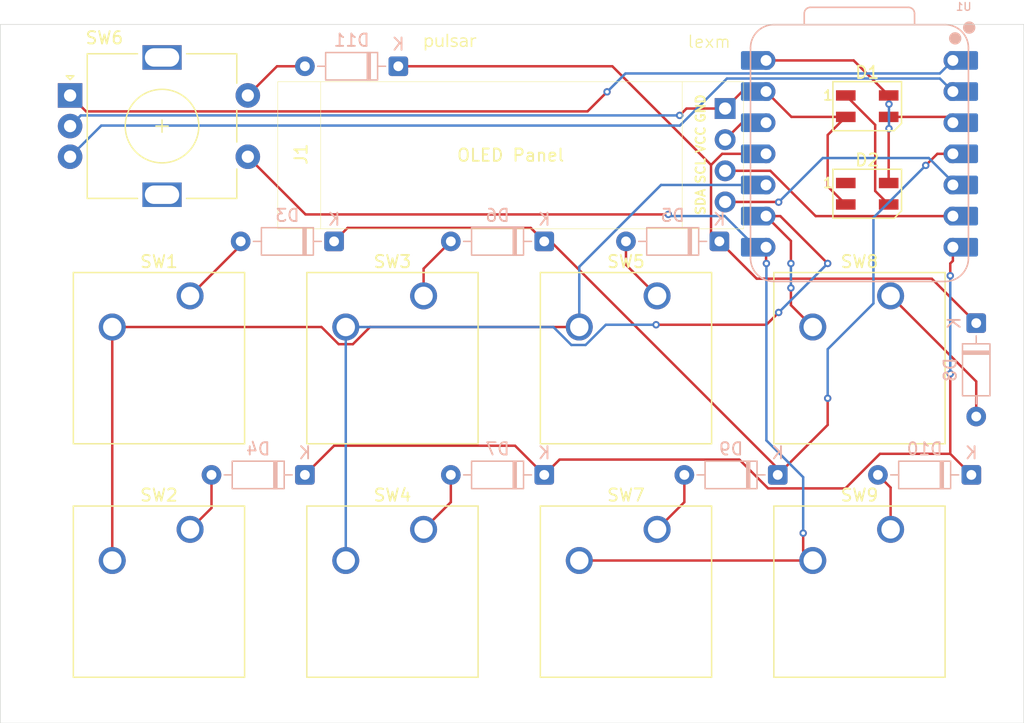
<source format=kicad_pcb>
(kicad_pcb (version 20241229) (generator "pcbnew") (generator_version "9.0")
  (layers (0 "F.Cu" signal) (2 "B.Cu" signal) (13 "F.Paste" user) (15 "B.Paste" user) (5 "F.SilkS" user "F.Silkscreen") (7 "B.SilkS" user "B.Silkscreen") (1 "F.Mask" user) (3 "B.Mask" user) (25 "Edge.Cuts" user))
  (net 0 "")
  (net 1 "GND")
  (net 2 "Net-(D1-DIN)")
  (net 3 "Net-(D1-DOUT)")
  (net 4 "+5V")
  (net 5 "Net-(D3-A)")
  (net 6 "R1")
  (net 7 "Net-(D4-A)")
  (net 8 "R2")
  (net 9 "R3")
  (net 10 "Net-(D5-A)")
  (net 11 "Net-(D6-A)")
  (net 12 "Net-(D7-A)")
  (net 13 "Net-(D8-A)")
  (net 14 "Net-(D9-A)")
  (net 15 "Net-(D10-A)")
  (net 17 "ROT_B")
  (net 18 "+3V3")
  (net 19 "Net-(J1-Pin_3)")
  (net 20 "Net-(J1-Pin_4)")
  (net 21 "C1")
  (net 22 "C2")
  (net 23 "C3")
  (net 24 "Net-(U1-GPIO27{slash}ADC1{slash}A1)")
  (net 25 "Net-(U1-GPIO26{slash}ADC0{slash}A0)")
  (footprint "Button_Switch_Keyboard:SW_Cherry_MX_1.00u_PCB" (layer "F.Cu") (at 123.98375 99.695)
    (property "Reference" "SW2" (at -2.54 -2.794 0) (layer "F.SilkS"))
    (property "Value" "SW_Push")
    (fp_line (start -9.525 -1.905) (end 4.445 -1.905) (stroke (width 0.12)) (layer "F.SilkS"))
    (fp_line (start -9.525 12.065) (end -9.525 -1.905) (stroke (width 0.12)) (layer "F.SilkS"))
    (fp_line (start 4.445 -1.905) (end 4.445 12.065) (stroke (width 0.12)) (layer "F.SilkS"))
    (fp_line (start 4.445 12.065) (end -9.525 12.065) (stroke (width 0.12)) (layer "F.SilkS"))
    (pad "" np_thru_hole circle (at -7.62 5.08) (size 1.7 1.7) (drill 1.7) (layers "*.Cu" "*.Mask"))
    (pad "" np_thru_hole circle (at -2.54 5.08) (size 4 4) (drill 4) (layers "*.Cu" "*.Mask"))
    (pad "" np_thru_hole circle (at 2.54 5.08) (size 1.7 1.7) (drill 1.7) (layers "*.Cu" "*.Mask"))
    (pad "1" thru_hole circle (at 0 0) (size 2.2 2.2) (drill 1.5) (layers "*.Cu" "*.Mask") (net 7 "Net-(D4-A)"))
    (pad "2" thru_hole circle (at -6.35 2.54) (size 2.2 2.2) (drill 1.5) (layers "*.Cu" "*.Mask") (net 21 "C1"))
  )
  (footprint "Button_Switch_Keyboard:SW_Cherry_MX_1.00u_PCB" (layer "F.Cu") (at 181.13375 99.695)
    (property "Reference" "SW9" (at -2.54 -2.794 0) (layer "F.SilkS"))
    (property "Value" "SW_Push")
    (fp_line (start -9.525 -1.905) (end 4.445 -1.905) (stroke (width 0.12)) (layer "F.SilkS"))
    (fp_line (start -9.525 12.065) (end -9.525 -1.905) (stroke (width 0.12)) (layer "F.SilkS"))
    (fp_line (start 4.445 -1.905) (end 4.445 12.065) (stroke (width 0.12)) (layer "F.SilkS"))
    (fp_line (start 4.445 12.065) (end -9.525 12.065) (stroke (width 0.12)) (layer "F.SilkS"))
    (pad "" np_thru_hole circle (at -7.62 5.08) (size 1.7 1.7) (drill 1.7) (layers "*.Cu" "*.Mask"))
    (pad "" np_thru_hole circle (at -2.54 5.08) (size 4 4) (drill 4) (layers "*.Cu" "*.Mask"))
    (pad "" np_thru_hole circle (at 2.54 5.08) (size 1.7 1.7) (drill 1.7) (layers "*.Cu" "*.Mask"))
    (pad "1" thru_hole circle (at 0 0) (size 2.2 2.2) (drill 1.5) (layers "*.Cu" "*.Mask") (net 15 "Net-(D10-A)"))
    (pad "2" thru_hole circle (at -6.35 2.54) (size 2.2 2.2) (drill 1.5) (layers "*.Cu" "*.Mask") (net 23 "C3"))
  )
  (footprint "Rotary_Encoder:RotaryEncoder_Alps_EC11E-Switch_Vertical_H20mm" (layer "F.Cu") (at 114.19375 64.29375)
    (property "Reference" "SW6" (at 2.8 -4.7 0) (layer "F.SilkS"))
    (property "Value" "RotaryEncoder_Switch")
    (fp_line (start -0.3 -1.6) (end 0.3 -1.6) (stroke (width 0.12)) (layer "F.SilkS"))
    (fp_line (start 0 -1.3) (end -0.3 -1.6) (stroke (width 0.12)) (layer "F.SilkS"))
    (fp_line (start 0.3 -1.6) (end 0 -1.3) (stroke (width 0.12)) (layer "F.SilkS"))
    (fp_line (start 1.4 -3.4) (end 1.4 8.4) (stroke (width 0.12)) (layer "F.SilkS"))
    (fp_line (start 5.5 -3.4) (end 1.4 -3.4) (stroke (width 0.12)) (layer "F.SilkS"))
    (fp_line (start 5.5 8.4) (end 1.4 8.4) (stroke (width 0.12)) (layer "F.SilkS"))
    (fp_line (start 7 2.5) (end 8 2.5) (stroke (width 0.12)) (layer "F.SilkS"))
    (fp_line (start 7.5 2) (end 7.5 3) (stroke (width 0.12)) (layer "F.SilkS"))
    (fp_line (start 9.5 -3.4) (end 13.6 -3.4) (stroke (width 0.12)) (layer "F.SilkS"))
    (fp_line (start 13.6 -3.4) (end 13.6 -1) (stroke (width 0.12)) (layer "F.SilkS"))
    (fp_line (start 13.6 1.2) (end 13.6 3.8) (stroke (width 0.12)) (layer "F.SilkS"))
    (fp_line (start 13.6 6) (end 13.6 8.4) (stroke (width 0.12)) (layer "F.SilkS"))
    (fp_line (start 13.6 8.4) (end 9.5 8.4) (stroke (width 0.12)) (layer "F.SilkS"))
    (fp_circle (center 7.5 2.5) (end 10.5 2.5) (stroke (width 0.12)) (fill no) (layer "F.SilkS"))
    (pad "A" thru_hole rect (at 0 0) (size 2 2) (drill 1) (layers "*.Cu" "*.Mask") (net 25 "Net-(U1-GPIO26{slash}ADC0{slash}A0)"))
    (pad "B" thru_hole circle (at 0 5) (size 2 2) (drill 1) (layers "*.Cu" "*.Mask") (net 24 "Net-(U1-GPIO27{slash}ADC1{slash}A1)"))
    (pad "C" thru_hole circle (at 0 2.5) (size 2 2) (drill 1) (layers "*.Cu" "*.Mask") (net 1 "GND"))
    (pad "MP" thru_hole rect (at 7.5 -3.1) (size 3.2 2) (drill oval 2.8 1.5) (layers "*.Cu" "*.Mask"))
    (pad "MP" thru_hole rect (at 7.5 8.1) (size 3.2 2) (drill oval 2.8 1.5) (layers "*.Cu" "*.Mask"))
    (pad "S1" thru_hole circle (at 14.5 5) (size 2 2) (drill 1) (layers "*.Cu" "*.Mask") (net 23 "C3"))
    (pad "S2" thru_hole circle (at 14.5 0) (size 2 2) (drill 1) (layers "*.Cu" "*.Mask") (net 17 "ROT_B"))
  )
  (footprint "Button_Switch_Keyboard:SW_Cherry_MX_1.00u_PCB" (layer "F.Cu") (at 143.03375 99.695)
    (property "Reference" "SW4" (at -2.54 -2.794 0) (layer "F.SilkS"))
    (property "Value" "SW_Push")
    (fp_line (start -9.525 -1.905) (end 4.445 -1.905) (stroke (width 0.12)) (layer "F.SilkS"))
    (fp_line (start -9.525 12.065) (end -9.525 -1.905) (stroke (width 0.12)) (layer "F.SilkS"))
    (fp_line (start 4.445 -1.905) (end 4.445 12.065) (stroke (width 0.12)) (layer "F.SilkS"))
    (fp_line (start 4.445 12.065) (end -9.525 12.065) (stroke (width 0.12)) (layer "F.SilkS"))
    (pad "" np_thru_hole circle (at -7.62 5.08) (size 1.7 1.7) (drill 1.7) (layers "*.Cu" "*.Mask"))
    (pad "" np_thru_hole circle (at -2.54 5.08) (size 4 4) (drill 4) (layers "*.Cu" "*.Mask"))
    (pad "" np_thru_hole circle (at 2.54 5.08) (size 1.7 1.7) (drill 1.7) (layers "*.Cu" "*.Mask"))
    (pad "1" thru_hole circle (at 0 0) (size 2.2 2.2) (drill 1.5) (layers "*.Cu" "*.Mask") (net 12 "Net-(D7-A)"))
    (pad "2" thru_hole circle (at -6.35 2.54) (size 2.2 2.2) (drill 1.5) (layers "*.Cu" "*.Mask") (net 22 "C2"))
  )
  (footprint "hackpad:SSD1306-0.91-OLED-4pin-128x32" (layer "F.Cu") (at 131.13375 63.17125)
    (property "Reference" "J1" (at 1.9 5.91 90) (layer "F.SilkS"))
    (property "Value" "Conn_01x04_Pin")
    (fp_line (start 0 0) (end 0 12) (stroke (width 0.04)) (layer "F.SilkS"))
    (fp_line (start 0 12) (end 38 12) (stroke (width 0.04)) (layer "F.SilkS"))
    (fp_line (start 3.5 0) (end 3.5 12) (stroke (width 0.04)) (layer "F.SilkS"))
    (fp_line (start 33 0) (end 33 12) (stroke (width 0.04)) (layer "F.SilkS"))
    (fp_line (start 38 0) (end 0 0) (stroke (width 0.04)) (layer "F.SilkS"))
    (fp_line (start 38 12) (end 38 0) (stroke (width 0.04)) (layer "F.SilkS"))
    (fp_text user "GND" (at 34.5 2.19 270) (layer "F.SilkS") (effects (font (size 0.75 0.75))))
    (fp_text user "VCC" (at 34.5 4.73 270) (layer "F.SilkS") (effects (font (size 0.75 0.75))))
    (fp_text user "SCL" (at 34.5 7.27 270) (layer "F.SilkS") (effects (font (size 0.75 0.75))))
    (fp_text user "SDA" (at 34.5 9.81 270) (layer "F.SilkS") (effects (font (size 0.75 0.75))))
    (fp_text user "OLED Panel" (at 19 6 0) (layer "F.SilkS"))
    (pad "1" thru_hole rect (at 36.5 2.19) (size 1.7 1.7) (drill 1) (layers "*.Cu" "*.Mask") (net 1 "GND"))
    (pad "2" thru_hole oval (at 36.5 4.73) (size 1.7 1.7) (drill 1) (layers "*.Cu" "*.Mask") (net 18 "+3V3"))
    (pad "3" thru_hole oval (at 36.5 7.27) (size 1.7 1.7) (drill 1) (layers "*.Cu" "*.Mask") (net 19 "Net-(J1-Pin_3)"))
    (pad "4" thru_hole oval (at 36.5 9.81) (size 1.7 1.7) (drill 1) (layers "*.Cu" "*.Mask") (net 20 "Net-(J1-Pin_4)"))
  )
  (footprint "LED_SMD:LED_SK6812MINI_PLCC4_3.5x3.5mm_P1.75mm" (layer "F.Cu") (at 179.225 72.3125)
    (property "Reference" "D2" (at 0 -2.75 0) (layer "F.SilkS"))
    (property "Value" "SK6812MINI")
    (fp_line (start -2.8 -2) (end -2.8 2) (stroke (width 0.12)) (layer "F.SilkS"))
    (fp_line (start -2.8 -2) (end 2.8 -2) (stroke (width 0.12)) (layer "F.SilkS"))
    (fp_line (start -2.8 2) (end 2.2 2) (stroke (width 0.12)) (layer "F.SilkS"))
    (fp_line (start 2.8 1.4) (end 2.2 2) (stroke (width 0.12)) (layer "F.SilkS"))
    (fp_line (start 2.8 1.4) (end 2.8 -2) (stroke (width 0.12)) (layer "F.SilkS"))
    (fp_text user "1" (at -3.2 -0.875 0) (layer "F.SilkS") (effects (font (size 0.8 0.8))))
    (pad "1" smd rect (at -1.75 -0.875) (size 1.6 0.85) (layers "F.Cu" "F.Mask" "F.Paste"))
    (pad "2" smd rect (at -1.75 0.875) (size 1.6 0.85) (layers "F.Cu" "F.Mask" "F.Paste") (net 1 "GND"))
    (pad "3" smd rect (at 1.75 0.875) (size 1.6 0.85) (layers "F.Cu" "F.Mask" "F.Paste") (net 3 "Net-(D1-DOUT)"))
    (pad "4" smd rect (at 1.75 -0.875) (size 1.6 0.85) (layers "F.Cu" "F.Mask" "F.Paste") (net 4 "+5V"))
  )
  (footprint "LED_SMD:LED_SK6812MINI_PLCC4_3.5x3.5mm_P1.75mm" (layer "F.Cu") (at 179.225 65.16875)
    (property "Reference" "D1" (at 0 -2.75 0) (layer "F.SilkS"))
    (property "Value" "SK6812MINI")
    (fp_line (start -2.8 -2) (end -2.8 2) (stroke (width 0.12)) (layer "F.SilkS"))
    (fp_line (start -2.8 -2) (end 2.8 -2) (stroke (width 0.12)) (layer "F.SilkS"))
    (fp_line (start -2.8 2) (end 2.2 2) (stroke (width 0.12)) (layer "F.SilkS"))
    (fp_line (start 2.8 1.4) (end 2.2 2) (stroke (width 0.12)) (layer "F.SilkS"))
    (fp_line (start 2.8 1.4) (end 2.8 -2) (stroke (width 0.12)) (layer "F.SilkS"))
    (fp_text user "1" (at -3.2 -0.875 0) (layer "F.SilkS") (effects (font (size 0.8 0.8))))
    (pad "1" smd rect (at -1.75 -0.875) (size 1.6 0.85) (layers "F.Cu" "F.Mask" "F.Paste") (net 3 "Net-(D1-DOUT)"))
    (pad "2" smd rect (at -1.75 0.875) (size 1.6 0.85) (layers "F.Cu" "F.Mask" "F.Paste") (net 1 "GND"))
    (pad "3" smd rect (at 1.75 0.875) (size 1.6 0.85) (layers "F.Cu" "F.Mask" "F.Paste") (net 2 "Net-(D1-DIN)"))
    (pad "4" smd rect (at 1.75 -0.875) (size 1.6 0.85) (layers "F.Cu" "F.Mask" "F.Paste") (net 4 "+5V"))
  )
  (footprint "Button_Switch_Keyboard:SW_Cherry_MX_1.00u_PCB" (layer "F.Cu") (at 181.13375 80.645)
    (property "Reference" "SW8" (at -2.54 -2.794 0) (layer "F.SilkS"))
    (property "Value" "SW_Push")
    (fp_line (start -9.525 -1.905) (end 4.445 -1.905) (stroke (width 0.12)) (layer "F.SilkS"))
    (fp_line (start -9.525 12.065) (end -9.525 -1.905) (stroke (width 0.12)) (layer "F.SilkS"))
    (fp_line (start 4.445 -1.905) (end 4.445 12.065) (stroke (width 0.12)) (layer "F.SilkS"))
    (fp_line (start 4.445 12.065) (end -9.525 12.065) (stroke (width 0.12)) (layer "F.SilkS"))
    (pad "" np_thru_hole circle (at -7.62 5.08) (size 1.7 1.7) (drill 1.7) (layers "*.Cu" "*.Mask"))
    (pad "" np_thru_hole circle (at -2.54 5.08) (size 4 4) (drill 4) (layers "*.Cu" "*.Mask"))
    (pad "" np_thru_hole circle (at 2.54 5.08) (size 1.7 1.7) (drill 1.7) (layers "*.Cu" "*.Mask"))
    (pad "1" thru_hole circle (at 0 0) (size 2.2 2.2) (drill 1.5) (layers "*.Cu" "*.Mask") (net 13 "Net-(D8-A)"))
    (pad "2" thru_hole circle (at -6.35 2.54) (size 2.2 2.2) (drill 1.5) (layers "*.Cu" "*.Mask") (net 22 "C2"))
  )
  (footprint "Button_Switch_Keyboard:SW_Cherry_MX_1.00u_PCB" (layer "F.Cu") (at 123.98375 80.645)
    (property "Reference" "SW1" (at -2.54 -2.794 0) (layer "F.SilkS"))
    (property "Value" "SW_Push")
    (fp_line (start -9.525 -1.905) (end 4.445 -1.905) (stroke (width 0.12)) (layer "F.SilkS"))
    (fp_line (start -9.525 12.065) (end -9.525 -1.905) (stroke (width 0.12)) (layer "F.SilkS"))
    (fp_line (start 4.445 -1.905) (end 4.445 12.065) (stroke (width 0.12)) (layer "F.SilkS"))
    (fp_line (start 4.445 12.065) (end -9.525 12.065) (stroke (width 0.12)) (layer "F.SilkS"))
    (pad "" np_thru_hole circle (at -7.62 5.08) (size 1.7 1.7) (drill 1.7) (layers "*.Cu" "*.Mask"))
    (pad "" np_thru_hole circle (at -2.54 5.08) (size 4 4) (drill 4) (layers "*.Cu" "*.Mask"))
    (pad "" np_thru_hole circle (at 2.54 5.08) (size 1.7 1.7) (drill 1.7) (layers "*.Cu" "*.Mask"))
    (pad "1" thru_hole circle (at 0 0) (size 2.2 2.2) (drill 1.5) (layers "*.Cu" "*.Mask") (net 5 "Net-(D3-A)"))
    (pad "2" thru_hole circle (at -6.35 2.54) (size 2.2 2.2) (drill 1.5) (layers "*.Cu" "*.Mask") (net 21 "C1"))
  )
  (footprint "Button_Switch_Keyboard:SW_Cherry_MX_1.00u_PCB" (layer "F.Cu") (at 162.08375 80.645)
    (property "Reference" "SW5" (at -2.54 -2.794 0) (layer "F.SilkS"))
    (property "Value" "SW_Push")
    (fp_line (start -9.525 -1.905) (end 4.445 -1.905) (stroke (width 0.12)) (layer "F.SilkS"))
    (fp_line (start -9.525 12.065) (end -9.525 -1.905) (stroke (width 0.12)) (layer "F.SilkS"))
    (fp_line (start 4.445 -1.905) (end 4.445 12.065) (stroke (width 0.12)) (layer "F.SilkS"))
    (fp_line (start 4.445 12.065) (end -9.525 12.065) (stroke (width 0.12)) (layer "F.SilkS"))
    (pad "" np_thru_hole circle (at -7.62 5.08) (size 1.7 1.7) (drill 1.7) (layers "*.Cu" "*.Mask"))
    (pad "" np_thru_hole circle (at -2.54 5.08) (size 4 4) (drill 4) (layers "*.Cu" "*.Mask"))
    (pad "" np_thru_hole circle (at 2.54 5.08) (size 1.7 1.7) (drill 1.7) (layers "*.Cu" "*.Mask"))
    (pad "1" thru_hole circle (at 0 0) (size 2.2 2.2) (drill 1.5) (layers "*.Cu" "*.Mask") (net 10 "Net-(D5-A)"))
    (pad "2" thru_hole circle (at -6.35 2.54) (size 2.2 2.2) (drill 1.5) (layers "*.Cu" "*.Mask") (net 21 "C1"))
  )
  (footprint "Button_Switch_Keyboard:SW_Cherry_MX_1.00u_PCB" (layer "F.Cu") (at 162.08375 99.695)
    (property "Reference" "SW7" (at -2.54 -2.794 0) (layer "F.SilkS"))
    (property "Value" "SW_Push")
    (fp_line (start -9.525 -1.905) (end 4.445 -1.905) (stroke (width 0.12)) (layer "F.SilkS"))
    (fp_line (start -9.525 12.065) (end -9.525 -1.905) (stroke (width 0.12)) (layer "F.SilkS"))
    (fp_line (start 4.445 -1.905) (end 4.445 12.065) (stroke (width 0.12)) (layer "F.SilkS"))
    (fp_line (start 4.445 12.065) (end -9.525 12.065) (stroke (width 0.12)) (layer "F.SilkS"))
    (pad "" np_thru_hole circle (at -7.62 5.08) (size 1.7 1.7) (drill 1.7) (layers "*.Cu" "*.Mask"))
    (pad "" np_thru_hole circle (at -2.54 5.08) (size 4 4) (drill 4) (layers "*.Cu" "*.Mask"))
    (pad "" np_thru_hole circle (at 2.54 5.08) (size 1.7 1.7) (drill 1.7) (layers "*.Cu" "*.Mask"))
    (pad "1" thru_hole circle (at 0 0) (size 2.2 2.2) (drill 1.5) (layers "*.Cu" "*.Mask") (net 14 "Net-(D9-A)"))
    (pad "2" thru_hole circle (at -6.35 2.54) (size 2.2 2.2) (drill 1.5) (layers "*.Cu" "*.Mask") (net 23 "C3"))
  )
  (footprint "Button_Switch_Keyboard:SW_Cherry_MX_1.00u_PCB" (layer "F.Cu") (at 143.03375 80.645)
    (property "Reference" "SW3" (at -2.54 -2.794 0) (layer "F.SilkS"))
    (property "Value" "SW_Push")
    (fp_line (start -9.525 -1.905) (end 4.445 -1.905) (stroke (width 0.12)) (layer "F.SilkS"))
    (fp_line (start -9.525 12.065) (end -9.525 -1.905) (stroke (width 0.12)) (layer "F.SilkS"))
    (fp_line (start 4.445 -1.905) (end 4.445 12.065) (stroke (width 0.12)) (layer "F.SilkS"))
    (fp_line (start 4.445 12.065) (end -9.525 12.065) (stroke (width 0.12)) (layer "F.SilkS"))
    (pad "" np_thru_hole circle (at -7.62 5.08) (size 1.7 1.7) (drill 1.7) (layers "*.Cu" "*.Mask"))
    (pad "" np_thru_hole circle (at -2.54 5.08) (size 4 4) (drill 4) (layers "*.Cu" "*.Mask"))
    (pad "" np_thru_hole circle (at 2.54 5.08) (size 1.7 1.7) (drill 1.7) (layers "*.Cu" "*.Mask"))
    (pad "1" thru_hole circle (at 0 0) (size 2.2 2.2) (drill 1.5) (layers "*.Cu" "*.Mask") (net 11 "Net-(D6-A)"))
    (pad "2" thru_hole circle (at -6.35 2.54) (size 2.2 2.2) (drill 1.5) (layers "*.Cu" "*.Mask") (net 22 "C2"))
  )
  (footprint "Diode_THT:D_DO-35_SOD27_P7.62mm_Horizontal" (layer "B.Cu") (at 140.97 61.9125 180)
    (property "Reference" "D11" (at 3.81 2.12 0) (layer "B.SilkS") (effects (justify mirror)))
    (property "Value" "1N4148")
    (fp_line (start 6.58 0) (end 5.93 0) (stroke (width 0.12)) (layer "B.SilkS"))
    (fp_line (start 2.53 1.12) (end 2.53 -1.12) (stroke (width 0.12)) (layer "B.SilkS"))
    (fp_line (start 2.41 1.12) (end 2.41 -1.12) (stroke (width 0.12)) (layer "B.SilkS"))
    (fp_line (start 2.29 1.12) (end 2.29 -1.12) (stroke (width 0.12)) (layer "B.SilkS"))
    (fp_line (start 1.04 0) (end 1.69 0) (stroke (width 0.12)) (layer "B.SilkS"))
    (fp_rect (start 1.69 1.12) (end 5.93 -1.12) (stroke (width 0.12)) (fill no) (layer "B.SilkS"))
    (fp_text user "K" (at 0 1.8 0) (layer "B.SilkS") (effects (justify mirror)))
    (pad "1" thru_hole roundrect (at 0 0 180) (size 1.6 1.6) (drill 0.8) (layers "*.Cu" "*.Mask") (roundrect_rratio 0.15625) (net 9 "R3"))
    (pad "2" thru_hole circle (at 7.62 0 180) (size 1.6 1.6) (drill 0.8) (layers "*.Cu" "*.Mask") (net 17 "ROT_B"))
  )
  (footprint "OPL:XIAO-RP2040-DIP" (layer "B.Cu") (at 178.59375 69.05625 180)
    (property "Reference" "U1" (at -8.5 12 0) (layer "B.SilkS") (effects (font (size 0.635 0.635) (thickness 0.1016)) (justify mirror)))
    (property "Value" "XIAO-RP2040-DIP")
    (fp_line (start 8.89 -8.509) (end 8.89 8.636) (stroke (width 0.127)) (layer "B.SilkS"))
    (fp_line (start 6.985 10.541) (end -6.985 10.541) (stroke (width 0.1)) (layer "B.SilkS"))
    (fp_line (start 6.985 10.541) (end -6.985 10.541) (stroke (width 0.127)) (layer "B.SilkS"))
    (fp_line (start 4.504 11.451) (end 4.504 10.541) (stroke (width 0.127)) (layer "B.SilkS"))
    (fp_line (start -3.991272 11.951) (end 4.004 11.951) (stroke (width 0.127)) (layer "B.SilkS"))
    (fp_line (start -4.495 10.541) (end -4.491272 11.451272) (stroke (width 0.127)) (layer "B.SilkS"))
    (fp_line (start -6.985 -10.414) (end 6.985 -10.414) (stroke (width 0.127)) (layer "B.SilkS"))
    (fp_line (start -8.89 -8.509) (end -8.89 8.636) (stroke (width 0.127)) (layer "B.SilkS"))
    (fp_arc (start 8.89 8.636) (mid 8.332038 9.983038) (end 6.985 10.541) (stroke (width 0.127)) (layer "B.SilkS"))
    (fp_arc (start 6.985 -10.414) (mid 8.332038 -9.856038) (end 8.89 -8.509) (stroke (width 0.127)) (layer "B.SilkS"))
    (fp_arc (start 4.504 11.451) (mid 4.357553 11.804553) (end 4.004 11.951) (stroke (width 0.127)) (layer "B.SilkS"))
    (fp_arc (start -3.991272 11.951) (mid -4.344724 11.804644) (end -4.491272 11.451272) (stroke (width 0.127)) (layer "B.SilkS"))
    (fp_arc (start -6.985 10.541) (mid -8.332038 9.983038) (end -8.89 8.636) (stroke (width 0.127)) (layer "B.SilkS"))
    (fp_arc (start -8.89 -8.509) (mid -8.332038 -9.856038) (end -6.985 -10.414) (stroke (width 0.127)) (layer "B.SilkS"))
    (fp_circle (center -7.807 9.42) (end -7.807 9.674) (stroke (width 0.5)) (fill yes) (layer "B.SilkS"))
    (fp_circle (center -8.95 10.3) (end -8.95 10.554) (stroke (width 0.5)) (fill yes) (layer "B.SilkS"))
    (pad "1" smd roundrect (at -8.455 7.62) (size 2.432 1.524) (layers "B.Cu" "B.Mask") (roundrect_rratio 0.1) (net 25 "Net-(U1-GPIO26{slash}ADC0{slash}A0)"))
    (pad "1" thru_hole circle (at -7.62 7.62) (size 1.524 1.524) (drill 0.889) (layers "*.Cu" "*.Mask") (net 25 "Net-(U1-GPIO26{slash}ADC0{slash}A0)"))
    (pad "2" smd roundrect (at -8.455 5.08) (size 2.432 1.524) (layers "B.Cu" "B.Mask") (roundrect_rratio 0.1) (net 24 "Net-(U1-GPIO27{slash}ADC1{slash}A1)"))
    (pad "2" thru_hole circle (at -7.62 5.08) (size 1.524 1.524) (drill 0.889) (layers "*.Cu" "*.Mask") (net 24 "Net-(U1-GPIO27{slash}ADC1{slash}A1)"))
    (pad "3" smd roundrect (at -8.455 2.54) (size 2.432 1.524) (layers "B.Cu" "B.Mask") (roundrect_rratio 0.1) (net 2 "Net-(D1-DIN)"))
    (pad "3" thru_hole circle (at -7.62 2.54) (size 1.524 1.524) (drill 0.889) (layers "*.Cu" "*.Mask") (net 2 "Net-(D1-DIN)"))
    (pad "4" smd roundrect (at -8.455 0) (size 2.432 1.524) (layers "B.Cu" "B.Mask") (roundrect_rratio 0.1) (net 6 "R1"))
    (pad "4" thru_hole circle (at -7.62 0) (size 1.524 1.524) (drill 0.889) (layers "*.Cu" "*.Mask") (net 6 "R1"))
    (pad "5" smd roundrect (at -8.455 -2.54) (size 2.432 1.524) (layers "B.Cu" "B.Mask") (roundrect_rratio 0.1) (net 20 "Net-(J1-Pin_4)"))
    (pad "5" thru_hole circle (at -7.62 -2.54) (size 1.524 1.524) (drill 0.889) (layers "*.Cu" "*.Mask") (net 20 "Net-(J1-Pin_4)"))
    (pad "6" smd roundrect (at -8.455 -5.08) (size 2.432 1.524) (layers "B.Cu" "B.Mask") (roundrect_rratio 0.1) (net 19 "Net-(J1-Pin_3)"))
    (pad "6" thru_hole circle (at -7.62 -5.08) (size 1.524 1.524) (drill 0.889) (layers "*.Cu" "*.Mask") (net 19 "Net-(J1-Pin_3)"))
    (pad "7" smd roundrect (at -8.455 -7.62) (size 2.432 1.524) (layers "B.Cu" "B.Mask") (roundrect_rratio 0.1) (net 8 "R2"))
    (pad "7" thru_hole circle (at -7.62 -7.62) (size 1.524 1.524) (drill 0.889) (layers "*.Cu" "*.Mask") (net 8 "R2"))
    (pad "8" thru_hole circle (at 7.62 -7.62 180) (size 1.524 1.524) (drill 0.889) (layers "*.Cu" "*.Mask") (net 23 "C3"))
    (pad "8" smd roundrect (at 8.455 -7.62 180) (size 2.432 1.524) (layers "B.Cu" "B.Mask") (roundrect_rratio 0.1) (net 23 "C3"))
    (pad "9" thru_hole circle (at 7.62 -5.08 180) (size 1.524 1.524) (drill 0.889) (layers "*.Cu" "*.Mask") (net 22 "C2"))
    (pad "9" smd roundrect (at 8.455 -5.08 180) (size 2.432 1.524) (layers "B.Cu" "B.Mask") (roundrect_rratio 0.1) (net 22 "C2"))
    (pad "10" thru_hole circle (at 7.62 -2.54 180) (size 1.524 1.524) (drill 0.889) (layers "*.Cu" "*.Mask") (net 21 "C1"))
    (pad "10" smd roundrect (at 8.455 -2.54 180) (size 2.432 1.524) (layers "B.Cu" "B.Mask") (roundrect_rratio 0.1) (net 21 "C1"))
    (pad "11" thru_hole circle (at 7.62 0 180) (size 1.524 1.524) (drill 0.889) (layers "*.Cu" "*.Mask") (net 9 "R3"))
    (pad "11" smd roundrect (at 8.455 0 180) (size 2.432 1.524) (layers "B.Cu" "B.Mask") (roundrect_rratio 0.1) (net 9 "R3"))
    (pad "12" thru_hole circle (at 7.62 2.54 180) (size 1.524 1.524) (drill 0.889) (layers "*.Cu" "*.Mask") (net 18 "+3V3"))
    (pad "12" smd roundrect (at 8.455 2.54 180) (size 2.432 1.524) (layers "B.Cu" "B.Mask") (roundrect_rratio 0.1) (net 18 "+3V3"))
    (pad "13" thru_hole circle (at 7.62 5.08 180) (size 1.524 1.524) (drill 0.889) (layers "*.Cu" "*.Mask") (net 1 "GND"))
    (pad "13" smd roundrect (at 8.455 5.08 180) (size 2.432 1.524) (layers "B.Cu" "B.Mask") (roundrect_rratio 0.1) (net 1 "GND"))
    (pad "14" thru_hole circle (at 7.62 7.62 180) (size 1.524 1.524) (drill 0.889) (layers "*.Cu" "*.Mask") (net 4 "+5V"))
    (pad "14" smd roundrect (at 8.455 7.62 180) (size 2.432 1.524) (layers "B.Cu" "B.Mask") (roundrect_rratio 0.1) (net 4 "+5V"))
  )
  (footprint "Diode_THT:D_DO-35_SOD27_P7.62mm_Horizontal" (layer "B.Cu") (at 152.87625 95.25 180)
    (property "Reference" "D7" (at 3.81 2.12 0) (layer "B.SilkS") (effects (justify mirror)))
    (property "Value" "1N4148")
    (fp_line (start 6.58 0) (end 5.93 0) (stroke (width 0.12)) (layer "B.SilkS"))
    (fp_line (start 2.53 1.12) (end 2.53 -1.12) (stroke (width 0.12)) (layer "B.SilkS"))
    (fp_line (start 2.41 1.12) (end 2.41 -1.12) (stroke (width 0.12)) (layer "B.SilkS"))
    (fp_line (start 2.29 1.12) (end 2.29 -1.12) (stroke (width 0.12)) (layer "B.SilkS"))
    (fp_line (start 1.04 0) (end 1.69 0) (stroke (width 0.12)) (layer "B.SilkS"))
    (fp_rect (start 1.69 1.12) (end 5.93 -1.12) (stroke (width 0.12)) (fill no) (layer "B.SilkS"))
    (fp_text user "K" (at 0 1.8 0) (layer "B.SilkS") (effects (justify mirror)))
    (pad "1" thru_hole roundrect (at 0 0 180) (size 1.6 1.6) (drill 0.8) (layers "*.Cu" "*.Mask") (roundrect_rratio 0.15625) (net 8 "R2"))
    (pad "2" thru_hole circle (at 7.62 0 180) (size 1.6 1.6) (drill 0.8) (layers "*.Cu" "*.Mask") (net 12 "Net-(D7-A)"))
  )
  (footprint "Diode_THT:D_DO-35_SOD27_P7.62mm_Horizontal" (layer "B.Cu") (at 188.11875 82.8675 -90)
    (property "Reference" "D8" (at 3.81 2.12 90) (layer "B.SilkS") (effects (justify mirror)))
    (property "Value" "1N4148")
    (fp_line (start 2.29 1.12) (end 2.29 -1.12) (stroke (width 0.12)) (layer "B.SilkS"))
    (fp_line (start 2.41 1.12) (end 2.41 -1.12) (stroke (width 0.12)) (layer "B.SilkS"))
    (fp_line (start 2.53 1.12) (end 2.53 -1.12) (stroke (width 0.12)) (layer "B.SilkS"))
    (fp_line (start 1.04 0) (end 1.69 0) (stroke (width 0.12)) (layer "B.SilkS"))
    (fp_line (start 6.58 0) (end 5.93 0) (stroke (width 0.12)) (layer "B.SilkS"))
    (fp_rect (start 1.69 1.12) (end 5.93 -1.12) (stroke (width 0.12)) (fill no) (layer "B.SilkS"))
    (fp_text user "K" (at 0 1.8 90) (layer "B.SilkS") (effects (justify mirror)))
    (pad "1" thru_hole roundrect (at 0 0 270) (size 1.6 1.6) (drill 0.8) (layers "*.Cu" "*.Mask") (roundrect_rratio 0.15625) (net 9 "R3"))
    (pad "2" thru_hole circle (at 7.62 0 270) (size 1.6 1.6) (drill 0.8) (layers "*.Cu" "*.Mask") (net 13 "Net-(D8-A)"))
  )
  (footprint "Diode_THT:D_DO-35_SOD27_P7.62mm_Horizontal" (layer "B.Cu") (at 167.16375 76.2 180)
    (property "Reference" "D5" (at 3.81 2.12 0) (layer "B.SilkS") (effects (justify mirror)))
    (property "Value" "1N4148")
    (fp_line (start 6.58 0) (end 5.93 0) (stroke (width 0.12)) (layer "B.SilkS"))
    (fp_line (start 2.53 1.12) (end 2.53 -1.12) (stroke (width 0.12)) (layer "B.SilkS"))
    (fp_line (start 2.41 1.12) (end 2.41 -1.12) (stroke (width 0.12)) (layer "B.SilkS"))
    (fp_line (start 2.29 1.12) (end 2.29 -1.12) (stroke (width 0.12)) (layer "B.SilkS"))
    (fp_line (start 1.04 0) (end 1.69 0) (stroke (width 0.12)) (layer "B.SilkS"))
    (fp_rect (start 1.69 1.12) (end 5.93 -1.12) (stroke (width 0.12)) (fill no) (layer "B.SilkS"))
    (fp_text user "K" (at 0 1.8 0) (layer "B.SilkS") (effects (justify mirror)))
    (pad "1" thru_hole roundrect (at 0 0 180) (size 1.6 1.6) (drill 0.8) (layers "*.Cu" "*.Mask") (roundrect_rratio 0.15625) (net 9 "R3"))
    (pad "2" thru_hole circle (at 7.62 0 180) (size 1.6 1.6) (drill 0.8) (layers "*.Cu" "*.Mask") (net 10 "Net-(D5-A)"))
  )
  (footprint "Diode_THT:D_DO-35_SOD27_P7.62mm_Horizontal" (layer "B.Cu") (at 152.87625 76.2 180)
    (property "Reference" "D6" (at 3.81 2.12 0) (layer "B.SilkS") (effects (justify mirror)))
    (property "Value" "1N4148")
    (fp_line (start 6.58 0) (end 5.93 0) (stroke (width 0.12)) (layer "B.SilkS"))
    (fp_line (start 2.53 1.12) (end 2.53 -1.12) (stroke (width 0.12)) (layer "B.SilkS"))
    (fp_line (start 2.41 1.12) (end 2.41 -1.12) (stroke (width 0.12)) (layer "B.SilkS"))
    (fp_line (start 2.29 1.12) (end 2.29 -1.12) (stroke (width 0.12)) (layer "B.SilkS"))
    (fp_line (start 1.04 0) (end 1.69 0) (stroke (width 0.12)) (layer "B.SilkS"))
    (fp_rect (start 1.69 1.12) (end 5.93 -1.12) (stroke (width 0.12)) (fill no) (layer "B.SilkS"))
    (fp_text user "K" (at 0 1.8 0) (layer "B.SilkS") (effects (justify mirror)))
    (pad "1" thru_hole roundrect (at 0 0 180) (size 1.6 1.6) (drill 0.8) (layers "*.Cu" "*.Mask") (roundrect_rratio 0.15625) (net 6 "R1"))
    (pad "2" thru_hole circle (at 7.62 0 180) (size 1.6 1.6) (drill 0.8) (layers "*.Cu" "*.Mask") (net 11 "Net-(D6-A)"))
  )
  (footprint "Diode_THT:D_DO-35_SOD27_P7.62mm_Horizontal" (layer "B.Cu") (at 135.73125 76.2 180)
    (property "Reference" "D3" (at 3.81 2.12 0) (layer "B.SilkS") (effects (justify mirror)))
    (property "Value" "1N4148")
    (fp_line (start 6.58 0) (end 5.93 0) (stroke (width 0.12)) (layer "B.SilkS"))
    (fp_line (start 2.53 1.12) (end 2.53 -1.12) (stroke (width 0.12)) (layer "B.SilkS"))
    (fp_line (start 2.41 1.12) (end 2.41 -1.12) (stroke (width 0.12)) (layer "B.SilkS"))
    (fp_line (start 2.29 1.12) (end 2.29 -1.12) (stroke (width 0.12)) (layer "B.SilkS"))
    (fp_line (start 1.04 0) (end 1.69 0) (stroke (width 0.12)) (layer "B.SilkS"))
    (fp_rect (start 1.69 1.12) (end 5.93 -1.12) (stroke (width 0.12)) (fill no) (layer "B.SilkS"))
    (fp_text user "K" (at 0 1.8 0) (layer "B.SilkS") (effects (justify mirror)))
    (pad "1" thru_hole roundrect (at 0 0 180) (size 1.6 1.6) (drill 0.8) (layers "*.Cu" "*.Mask") (roundrect_rratio 0.15625) (net 6 "R1"))
    (pad "2" thru_hole circle (at 7.62 0 180) (size 1.6 1.6) (drill 0.8) (layers "*.Cu" "*.Mask") (net 5 "Net-(D3-A)"))
  )
  (footprint "Diode_THT:D_DO-35_SOD27_P7.62mm_Horizontal" (layer "B.Cu") (at 133.35 95.25 180)
    (property "Reference" "D4" (at 3.81 2.12 0) (layer "B.SilkS") (effects (justify mirror)))
    (property "Value" "1N4148")
    (fp_line (start 6.58 0) (end 5.93 0) (stroke (width 0.12)) (layer "B.SilkS"))
    (fp_line (start 2.53 1.12) (end 2.53 -1.12) (stroke (width 0.12)) (layer "B.SilkS"))
    (fp_line (start 2.41 1.12) (end 2.41 -1.12) (stroke (width 0.12)) (layer "B.SilkS"))
    (fp_line (start 2.29 1.12) (end 2.29 -1.12) (stroke (width 0.12)) (layer "B.SilkS"))
    (fp_line (start 1.04 0) (end 1.69 0) (stroke (width 0.12)) (layer "B.SilkS"))
    (fp_rect (start 1.69 1.12) (end 5.93 -1.12) (stroke (width 0.12)) (fill no) (layer "B.SilkS"))
    (fp_text user "K" (at 0 1.8 0) (layer "B.SilkS") (effects (justify mirror)))
    (pad "1" thru_hole roundrect (at 0 0 180) (size 1.6 1.6) (drill 0.8) (layers "*.Cu" "*.Mask") (roundrect_rratio 0.15625) (net 8 "R2"))
    (pad "2" thru_hole circle (at 7.62 0 180) (size 1.6 1.6) (drill 0.8) (layers "*.Cu" "*.Mask") (net 7 "Net-(D4-A)"))
  )
  (footprint "Diode_THT:D_DO-35_SOD27_P7.62mm_Horizontal" (layer "B.Cu") (at 171.92625 95.25 180)
    (property "Reference" "D9" (at 3.81 2.12 0) (layer "B.SilkS") (effects (justify mirror)))
    (property "Value" "1N4148")
    (fp_line (start 6.58 0) (end 5.93 0) (stroke (width 0.12)) (layer "B.SilkS"))
    (fp_line (start 2.53 1.12) (end 2.53 -1.12) (stroke (width 0.12)) (layer "B.SilkS"))
    (fp_line (start 2.41 1.12) (end 2.41 -1.12) (stroke (width 0.12)) (layer "B.SilkS"))
    (fp_line (start 2.29 1.12) (end 2.29 -1.12) (stroke (width 0.12)) (layer "B.SilkS"))
    (fp_line (start 1.04 0) (end 1.69 0) (stroke (width 0.12)) (layer "B.SilkS"))
    (fp_rect (start 1.69 1.12) (end 5.93 -1.12) (stroke (width 0.12)) (fill no) (layer "B.SilkS"))
    (fp_text user "K" (at 0 1.8 0) (layer "B.SilkS") (effects (justify mirror)))
    (pad "1" thru_hole roundrect (at 0 0 180) (size 1.6 1.6) (drill 0.8) (layers "*.Cu" "*.Mask") (roundrect_rratio 0.15625) (net 6 "R1"))
    (pad "2" thru_hole circle (at 7.62 0 180) (size 1.6 1.6) (drill 0.8) (layers "*.Cu" "*.Mask") (net 14 "Net-(D9-A)"))
  )
  (footprint "Diode_THT:D_DO-35_SOD27_P7.62mm_Horizontal" (layer "B.Cu") (at 187.72 95.25 180)
    (property "Reference" "D10" (at 3.81 2.12 0) (layer "B.SilkS") (effects (justify mirror)))
    (property "Value" "1N4148")
    (fp_line (start 6.58 0) (end 5.93 0) (stroke (width 0.12)) (layer "B.SilkS"))
    (fp_line (start 2.53 1.12) (end 2.53 -1.12) (stroke (width 0.12)) (layer "B.SilkS"))
    (fp_line (start 2.41 1.12) (end 2.41 -1.12) (stroke (width 0.12)) (layer "B.SilkS"))
    (fp_line (start 2.29 1.12) (end 2.29 -1.12) (stroke (width 0.12)) (layer "B.SilkS"))
    (fp_line (start 1.04 0) (end 1.69 0) (stroke (width 0.12)) (layer "B.SilkS"))
    (fp_rect (start 1.69 1.12) (end 5.93 -1.12) (stroke (width 0.12)) (fill no) (layer "B.SilkS"))
    (fp_text user "K" (at 0 1.8 0) (layer "B.SilkS") (effects (justify mirror)))
    (pad "1" thru_hole roundrect (at 0 0 180) (size 1.6 1.6) (drill 0.8) (layers "*.Cu" "*.Mask") (roundrect_rratio 0.15625) (net 8 "R2"))
    (pad "2" thru_hole circle (at 7.62 0 180) (size 1.6 1.6) (drill 0.8) (layers "*.Cu" "*.Mask") (net 15 "Net-(D10-A)"))
  )
  (gr_rect (start 108.5 58.5) (end 192 115.5) (stroke (width 0.05)) (fill no) (layer "Edge.Cuts"))
  (gr_text "pulsar" (at 143 60.5 0) (layer "F.SilkS") (effects (font (size 1 1) (thickness 0.1)) (justify left bottom)))
  (gr_text "lexm" (at 164.5 60.5 0) (layer "F.SilkS") (effects (font (size 1 1) (thickness 0.1)) (justify left bottom)))
  (segment (start 173.04125 66.04375) (end 170.97375 63.97625) (width 0.2) (layer "F.Cu") (net 1))
  (segment (start 163.922235 65.922235) (end 164.48322 65.36125) (width 0.2) (layer "F.Cu") (net 1))
  (segment (start 176 67.51875) (end 177.475 66.04375) (width 0.2) (layer "F.Cu") (net 1))
  (segment (start 177.475 66.04375) (end 173.04125 66.04375) (width 0.2) (layer "F.Cu") (net 1))
  (segment (start 176 71.7125) (end 176 67.51875) (width 0.2) (layer "F.Cu") (net 1))
  (segment (start 170.97375 63.97625) (end 169.01875 63.97625) (width 0.2) (layer "F.Cu") (net 1))
  (segment (start 177.475 73.1875) (end 176 71.7125) (width 0.2) (layer "F.Cu") (net 1))
  (segment (start 164.48322 65.36125) (end 167.63375 65.36125) (width 0.2) (layer "F.Cu") (net 1))
  (segment (start 169.01875 63.97625) (end 167.63375 65.36125) (width 0.2) (layer "F.Cu") (net 1))
  (via (at 163.922235 65.922235) (size 0.6) (drill 0.3) (layers "F.Cu" "B.Cu") (net 1))
  (segment (start 115.065265 65.922235) (end 163.922235 65.922235) (width 0.2) (layer "B.Cu") (net 1))
  (segment (start 114.19375 66.79375) (end 115.065265 65.922235) (width 0.2) (layer "B.Cu") (net 1))
  (segment (start 180.975 66.04375) (end 185.74125 66.04375) (width 0.2) (layer "F.Cu") (net 2))
  (segment (start 185.74125 66.04375) (end 186.21375 66.51625) (width 0.2) (layer "F.Cu") (net 2))
  (segment (start 177.475 64.29375) (end 179.874 66.69275) (width 0.2) (layer "F.Cu") (net 3))
  (segment (start 179.874 72.0865) (end 180.975 73.1875) (width 0.2) (layer "F.Cu") (net 3))
  (segment (start 179.874 66.69275) (end 179.874 72.0865) (width 0.2) (layer "F.Cu") (net 3))
  (segment (start 180.975 71.4375) (end 180.975 67.025) (width 0.2) (layer "F.Cu") (net 4))
  (segment (start 180.975 67.025) (end 181 67) (width 0.2) (layer "F.Cu") (net 4))
  (segment (start 181 65) (end 181 64.31875) (width 0.2) (layer "F.Cu") (net 4))
  (segment (start 170.97375 61.43625) (end 178.1175 61.43625) (width 0.2) (layer "F.Cu") (net 4))
  (segment (start 178.1175 61.43625) (end 180.975 64.29375) (width 0.2) (layer "F.Cu") (net 4))
  (segment (start 181 64.31875) (end 180.975 64.29375) (width 0.2) (layer "F.Cu") (net 4))
  (via (at 181 65) (size 0.6) (drill 0.3) (layers "F.Cu" "B.Cu") (net 4))
  (via (at 181 67) (size 0.6) (drill 0.3) (layers "F.Cu" "B.Cu") (net 4))
  (segment (start 181 67) (end 181 65) (width 0.2) (layer "B.Cu") (net 4))
  (segment (start 128.11125 76.5175) (end 128.11125 76.2) (width 0.2) (layer "F.Cu") (net 5))
  (segment (start 123.98375 80.645) (end 128.11125 76.5175) (width 0.2) (layer "F.Cu") (net 5))
  (segment (start 151.77525 75.099) (end 152.87625 76.2) (width 0.2) (layer "F.Cu") (net 6))
  (segment (start 171.92625 94.72597) (end 171.92625 95.25) (width 0.2) (layer "F.Cu") (net 6))
  (segment (start 135.73125 76.2) (end 136.83225 75.099) (width 0.2) (layer "F.Cu") (net 6))
  (segment (start 184.94375 69.05625) (end 186.21375 69.05625) (width 0.2) (layer "F.Cu") (net 6))
  (segment (start 152.87625 76.2) (end 153.40028 76.2) (width 0.2) (layer "F.Cu") (net 6))
  (segment (start 153.40028 76.2) (end 171.92625 94.72597) (width 0.2) (layer "F.Cu") (net 6))
  (segment (start 176 91.17625) (end 176 89) (width 0.2) (layer "F.Cu") (net 6))
  (segment (start 184 70) (end 184.94375 69.05625) (width 0.2) (layer "F.Cu") (net 6))
  (segment (start 136.83225 75.099) (end 151.77525 75.099) (width 0.2) (layer "F.Cu") (net 6))
  (segment (start 171.92625 95.25) (end 176 91.17625) (width 0.2) (layer "F.Cu") (net 6))
  (via (at 176 89) (size 0.6) (drill 0.3) (layers "F.Cu" "B.Cu") (net 6))
  (via (at 184 70) (size 0.6) (drill 0.3) (layers "F.Cu" "B.Cu") (net 6))
  (segment (start 176 84.993934) (end 179.73275 81.261184) (width 0.2) (layer "B.Cu") (net 6))
  (segment (start 179.73275 81.261184) (end 179.73275 74.26725) (width 0.2) (layer "B.Cu") (net 6))
  (segment (start 176 89) (end 176 84.993934) (width 0.2) (layer "B.Cu") (net 6))
  (segment (start 179.73275 74.26725) (end 184 70) (width 0.2) (layer "B.Cu") (net 6))
  (segment (start 123.98375 99.695) (end 125.73 97.94875) (width 0.2) (layer "F.Cu") (net 7))
  (segment (start 125.73 97.94875) (end 125.73 95.25) (width 0.2) (layer "F.Cu") (net 7))
  (segment (start 135.73125 92.86875) (end 150.495 92.86875) (width 0.2) (layer "F.Cu") (net 8))
  (segment (start 168.79009 94) (end 171.14109 96.351) (width 0.2) (layer "F.Cu") (net 8))
  (segment (start 150.495 92.86875) (end 152.87625 95.25) (width 0.2) (layer "F.Cu") (net 8))
  (segment (start 186 79) (end 186 78) (width 0.2) (layer "F.Cu") (net 8))
  (segment (start 171.14109 96.351) (end 177.44195 96.351) (width 0.2) (layer "F.Cu") (net 8))
  (segment (start 186 78) (end 186.21375 77.78625) (width 0.2) (layer "F.Cu") (net 8))
  (segment (start 133.35 95.25) (end 135.73125 92.86875) (width 0.2) (layer "F.Cu") (net 8))
  (segment (start 154.12625 94) (end 168.79009 94) (width 0.2) (layer "F.Cu") (net 8))
  (segment (start 186.21375 77.78625) (end 186.21375 76.67625) (width 0.2) (layer "F.Cu") (net 8))
  (segment (start 152.87625 95.25) (end 154.12625 94) (width 0.2) (layer "F.Cu") (net 8))
  (segment (start 180.26295 93.53) (end 186 93.53) (width 0.2) (layer "F.Cu") (net 8))
  (segment (start 186 93.53) (end 186 87) (width 0.2) (layer "F.Cu") (net 8))
  (segment (start 187.72 95.25) (end 186 93.53) (width 0.2) (layer "F.Cu") (net 8))
  (segment (start 177.44195 96.351) (end 180.26295 93.53) (width 0.2) (layer "F.Cu") (net 8))
  (via (at 186 79) (size 0.6) (drill 0.3) (layers "F.Cu" "B.Cu") (net 8))
  (via (at 186 87) (size 0.6) (drill 0.3) (layers "F.Cu" "B.Cu") (net 8))
  (segment (start 186 87) (end 186 79) (width 0.2) (layer "B.Cu") (net 8))
  (segment (start 184.49525 79.244) (end 170.20775 79.244) (width 0.2) (layer "F.Cu") (net 9))
  (segment (start 170.20775 79.244) (end 167.16375 76.2) (width 0.2) (layer "F.Cu") (net 9))
  (segment (start 158.43076 61.9125) (end 166.48275 69.96449) (width 0.2) (layer "F.Cu") (net 9))
  (segment (start 140.97 61.9125) (end 158.43076 61.9125) (width 0.2) (layer "F.Cu") (net 9))
  (segment (start 188.11875 82.8675) (end 184.49525 79.244) (width 0.2) (layer "F.Cu") (net 9))
  (segment (start 166.48275 69.96449) (end 166.48275 75.519) (width 0.2) (layer "F.Cu") (net 9))
  (segment (start 170.97375 69.05625) (end 167.39099 69.05625) (width 0.2) (layer "F.Cu") (net 9))
  (segment (start 167.39099 69.05625) (end 166.48275 69.96449) (width 0.2) (layer "F.Cu") (net 9))
  (segment (start 166.48275 75.519) (end 167.16375 76.2) (width 0.2) (layer "F.Cu") (net 9))
  (segment (start 159.54375 76.2) (end 159.54375 78.105) (width 0.2) (layer "F.Cu") (net 10))
  (segment (start 159.54375 78.105) (end 162.08375 80.645) (width 0.2) (layer "F.Cu") (net 10))
  (segment (start 143.03375 78.4225) (end 145.25625 76.2) (width 0.2) (layer "F.Cu") (net 11))
  (segment (start 143.03375 80.645) (end 143.03375 78.4225) (width 0.2) (layer "F.Cu") (net 11))
  (segment (start 145.25625 97.4725) (end 143.03375 99.695) (width 0.2) (layer "F.Cu") (net 12))
  (segment (start 145.25625 95.25) (end 145.25625 97.4725) (width 0.2) (layer "F.Cu") (net 12))
  (segment (start 188.11875 87.63) (end 188.11875 90.4875) (width 0.2) (layer "F.Cu") (net 13))
  (segment (start 181.13375 80.645) (end 188.11875 87.63) (width 0.2) (layer "F.Cu") (net 13))
  (segment (start 164.30625 95.25) (end 164.30625 97.4725) (width 0.2) (layer "F.Cu") (net 14))
  (segment (start 164.30625 97.4725) (end 162.08375 99.695) (width 0.2) (layer "F.Cu") (net 14))
  (segment (start 181.13375 99.695) (end 181.13375 96.28375) (width 0.2) (layer "F.Cu") (net 15))
  (segment (start 181.13375 96.28375) (end 180.1 95.25) (width 0.2) (layer "F.Cu") (net 15))
  (segment (start 131.075 61.9125) (end 133.35 61.9125) (width 0.2) (layer "F.Cu") (net 17))
  (segment (start 128.69375 64.29375) (end 131.075 61.9125) (width 0.2) (layer "F.Cu") (net 17))
  (segment (start 170.97375 66.51625) (end 169.01875 66.51625) (width 0.2) (layer "F.Cu") (net 18))
  (segment (start 169.01875 66.51625) (end 167.63375 67.90125) (width 0.2) (layer "F.Cu") (net 18))
  (segment (start 186.21375 74.13625) (end 175.01706 74.13625) (width 0.2) (layer "F.Cu") (net 19))
  (segment (start 171.32206 70.44125) (end 167.63375 70.44125) (width 0.2) (layer "F.Cu") (net 19))
  (segment (start 175.01706 74.13625) (end 171.32206 70.44125) (width 0.2) (layer "F.Cu") (net 19))
  (segment (start 167.63375 72.98125) (end 171.98125 72.98125) (width 0.2) (layer "F.Cu") (net 20))
  (segment (start 171.98125 72.98125) (end 172 73) (width 0.2) (layer "F.Cu") (net 20))
  (via (at 172 73) (size 0.6) (drill 0.3) (layers "F.Cu" "B.Cu") (net 20))
  (segment (start 175.601 69.399) (end 184.248943 69.399) (width 0.2) (layer "B.Cu") (net 20))
  (segment (start 172 73) (end 175.601 69.399) (width 0.2) (layer "B.Cu") (net 20))
  (segment (start 186.21375 71.363807) (end 186.21375 71.59625) (width 0.2) (layer "B.Cu") (net 20))
  (segment (start 184.248943 69.399) (end 186.21375 71.363807) (width 0.2) (layer "B.Cu") (net 20))
  (segment (start 138.665064 83.185) (end 155.73375 83.185) (width 0.2) (layer "F.Cu") (net 21))
  (segment (start 117.63375 83.185) (end 117.63375 102.235) (width 0.2) (layer "F.Cu") (net 21))
  (segment (start 117.63375 83.185) (end 134.702436 83.185) (width 0.2) (layer "F.Cu") (net 21))
  (segment (start 134.702436 83.185) (end 136.103436 84.586) (width 0.2) (layer "F.Cu") (net 21))
  (segment (start 137.264064 84.586) (end 138.665064 83.185) (width 0.2) (layer "F.Cu") (net 21))
  (segment (start 136.103436 84.586) (end 137.264064 84.586) (width 0.2) (layer "F.Cu") (net 21))
  (segment (start 155.73375 78.26625) (end 155.73375 83.185) (width 0.2) (layer "B.Cu") (net 21))
  (segment (start 170.97375 71.59625) (end 162.40375 71.59625) (width 0.2) (layer "B.Cu") (net 21))
  (segment (start 162.40375 71.59625) (end 155.73375 78.26625) (width 0.2) (layer "B.Cu") (net 21))
  (segment (start 172.13625 74.13625) (end 176 78) (width 0.2) (layer "F.Cu") (net 22))
  (segment (start 172 82) (end 171 83) (width 0.2) (layer "F.Cu") (net 22))
  (segment (start 171 83) (end 162 83) (width 0.2) (layer "F.Cu") (net 22))
  (segment (start 173 80) (end 173 81.40125) (width 0.2) (layer "F.Cu") (net 22))
  (segment (start 170.97375 74.13625) (end 172.13625 74.13625) (width 0.2) (layer "F.Cu") (net 22))
  (segment (start 173 76.1625) (end 173 78) (width 0.2) (layer "F.Cu") (net 22))
  (segment (start 170.97375 74.13625) (end 173 76.1625) (width 0.2) (layer "F.Cu") (net 22))
  (segment (start 173 81.40125) (end 174.78375 83.185) (width 0.2) (layer "F.Cu") (net 22))
  (via (at 173 78) (size 0.6) (drill 0.3) (layers "F.Cu" "B.Cu") (net 22))
  (via (at 173 80) (size 0.6) (drill 0.3) (layers "F.Cu" "B.Cu") (net 22))
  (via (at 162 83) (size 0.6) (drill 0.3) (layers "F.Cu" "B.Cu") (net 22))
  (via (at 176 78) (size 0.6) (drill 0.3) (layers "F.Cu" "B.Cu") (net 22))
  (via (at 172 82) (size 0.6) (drill 0.3) (layers "F.Cu" "B.Cu") (net 22))
  (segment (start 156.248956 84.651108) (end 155.088328 84.651108) (width 0.2) (layer "B.Cu") (net 22))
  (segment (start 176 78) (end 172 82) (width 0.2) (layer "B.Cu") (net 22))
  (segment (start 162 83) (end 157.900064 83) (width 0.2) (layer "B.Cu") (net 22))
  (segment (start 155.088328 84.651108) (end 153.62222 83.185) (width 0.2) (layer "B.Cu") (net 22))
  (segment (start 136.68375 102.235) (end 136.68375 83.185) (width 0.2) (layer "B.Cu") (net 22))
  (segment (start 157.900064 83) (end 156.248956 84.651108) (width 0.2) (layer "B.Cu") (net 22))
  (segment (start 153.62222 83.185) (end 136.68375 83.185) (width 0.2) (layer "B.Cu") (net 22))
  (segment (start 173 78) (end 173 80) (width 0.2) (layer "B.Cu") (net 22))
  (segment (start 170.97375 77.97375) (end 171 78) (width 0.2) (layer "F.Cu") (net 23))
  (segment (start 174 101.45125) (end 174.78375 102.235) (width 0.2) (layer "F.Cu") (net 23))
  (segment (start 128.69375 69.29375) (end 133.4 74) (width 0.2) (layer "F.Cu") (net 23))
  (segment (start 170.97375 76.67625) (end 170.97375 77.97375) (width 0.2) (layer "F.Cu") (net 23))
  (segment (start 174 100) (end 174 101.45125) (width 0.2) (layer "F.Cu") (net 23))
  (segment (start 133.4 74) (end 163 74) (width 0.2) (layer "F.Cu") (net 23))
  (segment (start 155.73375 102.235) (end 174.78375 102.235) (width 0.2) (layer "F.Cu") (net 23))
  (via (at 174 100) (size 0.6) (drill 0.3) (layers "F.Cu" "B.Cu") (net 23))
  (via (at 163 74) (size 0.6) (drill 0.3) (layers "F.Cu" "B.Cu") (net 23))
  (via (at 171 78) (size 0.6) (drill 0.3) (layers "F.Cu" "B.Cu") (net 23))
  (segment (start 163 74) (end 163.13225 74.13225) (width 0.2) (layer "B.Cu") (net 23))
  (segment (start 167.59475 74.13225) (end 170.13875 76.67625) (width 0.2) (layer "B.Cu") (net 23))
  (segment (start 174 95.43759) (end 174 100) (width 0.2) (layer "B.Cu") (net 23))
  (segment (start 170.13875 76.67625) (end 170.97375 76.67625) (width 0.2) (layer "B.Cu") (net 23))
  (segment (start 171 78) (end 171 92.43759) (width 0.2) (layer "B.Cu") (net 23))
  (segment (start 171 92.43759) (end 174 95.43759) (width 0.2) (layer "B.Cu") (net 23))
  (segment (start 163.13225 74.13225) (end 167.59475 74.13225) (width 0.2) (layer "B.Cu") (net 23))
  (segment (start 167.77975 62.91325) (end 185.15075 62.91325) (width 0.2) (layer "B.Cu") (net 24))
  (segment (start 163.94275 66.75025) (end 167.77975 62.91325) (width 0.2) (layer "B.Cu") (net 24))
  (segment (start 116.73725 66.75025) (end 163.94275 66.75025) (width 0.2) (layer "B.Cu") (net 24))
  (segment (start 114.19375 69.29375) (end 116.73725 66.75025) (width 0.2) (layer "B.Cu") (net 24))
  (segment (start 185.15075 62.91325) (end 186.21375 63.97625) (width 0.2) (layer "B.Cu") (net 24))
  (segment (start 114.19375 64.29375) (end 115.49475 65.59475) (width 0.2) (layer "F.Cu") (net 25))
  (segment (start 156.40525 65.59475) (end 158 64) (width 0.2) (layer "F.Cu") (net 25))
  (segment (start 115.49475 65.59475) (end 156.40525 65.59475) (width 0.2) (layer "F.Cu") (net 25))
  (via (at 158 64) (size 0.6) (drill 0.3) (layers "F.Cu" "B.Cu") (net 25))
  (segment (start 185.15075 62.49925) (end 186.21375 61.43625) (width 0.2) (layer "B.Cu") (net 25))
  (segment (start 158 64) (end 159.50075 62.49925) (width 0.2) (layer "B.Cu") (net 25))
  (segment (start 159.50075 62.49925) (end 185.15075 62.49925) (width 0.2) (layer "B.Cu") (net 25))
)
</source>
